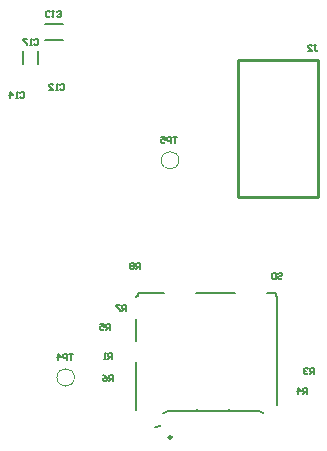
<source format=gbo>
G04*
G04 #@! TF.GenerationSoftware,Altium Limited,Altium Designer,21.6.4 (81)*
G04*
G04 Layer_Color=32896*
%FSLAX24Y24*%
%MOIN*%
G70*
G04*
G04 #@! TF.SameCoordinates,8E317252-C3AD-47CA-8584-9DD6DEF08156*
G04*
G04*
G04 #@! TF.FilePolarity,Positive*
G04*
G01*
G75*
%ADD10C,0.0079*%
%ADD11C,0.0039*%
%ADD12C,0.0098*%
%ADD13C,0.0050*%
%ADD14C,0.0100*%
D10*
X24661Y37023D02*
G03*
X24503Y37102I-157J-118D01*
G01*
X21488D02*
G03*
X21326Y37018I0J-197D01*
G01*
X22490Y37102D02*
G03*
X22450Y37141I-39J0D01*
G01*
X23513D02*
G03*
X23474Y37102I0J-39D01*
G01*
X21094Y36551D02*
G03*
X21230Y36605I0J197D01*
G01*
X23553Y37102D02*
G03*
X23513Y37141I-39J0D01*
G01*
X22450D02*
G03*
X22411Y37102I0J-39D01*
G01*
X21049Y36551D02*
X21094D01*
X20427Y37122D02*
Y38716D01*
X20425Y39425D02*
Y40173D01*
X21488Y37102D02*
X22411D01*
X25082Y40913D02*
X25129D01*
X23553Y37102D02*
X24503D01*
X20425Y40881D02*
Y40913D01*
X20545Y41039D02*
X21364D01*
X24883D02*
X25082D01*
X25129Y37299D02*
Y40913D01*
X25082D02*
Y41039D01*
X22427D02*
X23714D01*
X20472D02*
X20545D01*
X20425Y40913D02*
X20472D01*
Y41039D01*
X24777D02*
X24883D01*
X22490Y37102D02*
X23474D01*
X17399Y49450D02*
X17979D01*
X17399Y49990D02*
X17979D01*
X17146Y48671D02*
Y49084D01*
X16654Y48671D02*
Y49084D01*
D11*
X21845Y45451D02*
G03*
X21845Y45451I-292J0D01*
G01*
X18365Y38211D02*
G03*
X18365Y38211I-292J0D01*
G01*
D12*
X21604Y36216D02*
G03*
X21604Y36216I-49J0D01*
G01*
D13*
X26367Y49300D02*
X26433D01*
X26400D01*
Y49133D01*
X26433Y49100D01*
X26467D01*
X26500Y49133D01*
X26167Y49100D02*
X26300D01*
X26167Y49233D01*
Y49267D01*
X26200Y49300D01*
X26267D01*
X26300Y49267D01*
X19667Y38100D02*
Y38300D01*
X19567D01*
X19533Y38267D01*
Y38200D01*
X19567Y38167D01*
X19667D01*
X19600D02*
X19533Y38100D01*
X19333Y38300D02*
X19400Y38267D01*
X19467Y38200D01*
Y38133D01*
X19433Y38100D01*
X19367D01*
X19333Y38133D01*
Y38167D01*
X19367Y38200D01*
X19467D01*
X20560Y41820D02*
Y42020D01*
X20460D01*
X20427Y41987D01*
Y41920D01*
X20460Y41887D01*
X20560D01*
X20493D02*
X20427Y41820D01*
X20360Y41987D02*
X20327Y42020D01*
X20260D01*
X20227Y41987D01*
Y41953D01*
X20260Y41920D01*
X20227Y41887D01*
Y41853D01*
X20260Y41820D01*
X20327D01*
X20360Y41853D01*
Y41887D01*
X20327Y41920D01*
X20360Y41953D01*
Y41987D01*
X20327Y41920D02*
X20260D01*
X25137Y41647D02*
X25170Y41680D01*
X25237D01*
X25270Y41647D01*
Y41613D01*
X25237Y41580D01*
X25170D01*
X25137Y41547D01*
Y41513D01*
X25170Y41480D01*
X25237D01*
X25270Y41513D01*
X25070Y41680D02*
Y41480D01*
X24970D01*
X24937Y41513D01*
Y41647D01*
X24970Y41680D01*
X25070D01*
X17017Y49467D02*
X17050Y49500D01*
X17117D01*
X17150Y49467D01*
Y49333D01*
X17117Y49300D01*
X17050D01*
X17017Y49333D01*
X16950Y49300D02*
X16883D01*
X16917D01*
Y49500D01*
X16950Y49467D01*
X16783Y49500D02*
X16650D01*
Y49467D01*
X16783Y49333D01*
Y49300D01*
X16537Y47707D02*
X16570Y47740D01*
X16637D01*
X16670Y47707D01*
Y47573D01*
X16637Y47540D01*
X16570D01*
X16537Y47573D01*
X16470Y47540D02*
X16403D01*
X16437D01*
Y47740D01*
X16470Y47707D01*
X16203Y47540D02*
Y47740D01*
X16303Y47640D01*
X16170D01*
X17897Y47961D02*
X17930Y47995D01*
X17997D01*
X18030Y47961D01*
Y47828D01*
X17997Y47795D01*
X17930D01*
X17897Y47828D01*
X17830Y47795D02*
X17763D01*
X17797D01*
Y47995D01*
X17830Y47961D01*
X17530Y47795D02*
X17663D01*
X17530Y47928D01*
Y47961D01*
X17563Y47995D01*
X17630D01*
X17663Y47961D01*
X17543Y50253D02*
X17510Y50220D01*
X17443D01*
X17410Y50253D01*
Y50387D01*
X17443Y50420D01*
X17510D01*
X17543Y50387D01*
X17610Y50420D02*
X17677D01*
X17643D01*
Y50220D01*
X17610Y50253D01*
X17777D02*
X17810Y50220D01*
X17877D01*
X17910Y50253D01*
Y50287D01*
X17877Y50320D01*
X17843D01*
X17877D01*
X17910Y50353D01*
Y50387D01*
X17877Y50420D01*
X17810D01*
X17777Y50387D01*
X19633Y38820D02*
Y39020D01*
X19533D01*
X19500Y38987D01*
Y38920D01*
X19533Y38887D01*
X19633D01*
X19567D02*
X19500Y38820D01*
X19433D02*
X19367D01*
X19400D01*
Y39020D01*
X19433Y38987D01*
X26367Y38340D02*
Y38540D01*
X26267D01*
X26233Y38507D01*
Y38440D01*
X26267Y38407D01*
X26367D01*
X26300D02*
X26233Y38340D01*
X26167Y38507D02*
X26133Y38540D01*
X26067D01*
X26033Y38507D01*
Y38473D01*
X26067Y38440D01*
X26100D01*
X26067D01*
X26033Y38407D01*
Y38373D01*
X26067Y38340D01*
X26133D01*
X26167Y38373D01*
X26107Y37660D02*
Y37860D01*
X26007D01*
X25973Y37827D01*
Y37760D01*
X26007Y37727D01*
X26107D01*
X26040D02*
X25973Y37660D01*
X25807D02*
Y37860D01*
X25907Y37760D01*
X25773D01*
X19547Y39780D02*
Y39980D01*
X19447D01*
X19413Y39947D01*
Y39880D01*
X19447Y39847D01*
X19547D01*
X19480D02*
X19413Y39780D01*
X19213Y39980D02*
X19347D01*
Y39880D01*
X19280Y39913D01*
X19247D01*
X19213Y39880D01*
Y39813D01*
X19247Y39780D01*
X19313D01*
X19347Y39813D01*
X20087Y40440D02*
Y40640D01*
X19987D01*
X19953Y40607D01*
Y40540D01*
X19987Y40507D01*
X20087D01*
X20020D02*
X19953Y40440D01*
X19887Y40640D02*
X19753D01*
Y40607D01*
X19887Y40473D01*
Y40440D01*
X21792Y46226D02*
X21659D01*
X21725D01*
Y46026D01*
X21592D02*
Y46226D01*
X21492D01*
X21459Y46193D01*
Y46126D01*
X21492Y46093D01*
X21592D01*
X21259Y46226D02*
X21392D01*
Y46126D01*
X21325Y46159D01*
X21292D01*
X21259Y46126D01*
Y46059D01*
X21292Y46026D01*
X21359D01*
X21392Y46059D01*
X18312Y38986D02*
X18179D01*
X18245D01*
Y38786D01*
X18112D02*
Y38986D01*
X18012D01*
X17979Y38953D01*
Y38886D01*
X18012Y38853D01*
X18112D01*
X17812Y38786D02*
Y38986D01*
X17912Y38886D01*
X17779D01*
D14*
X26495Y44210D02*
Y48800D01*
X23815D02*
X26495D01*
X23815Y44210D02*
Y48800D01*
Y44210D02*
X26495D01*
M02*

</source>
